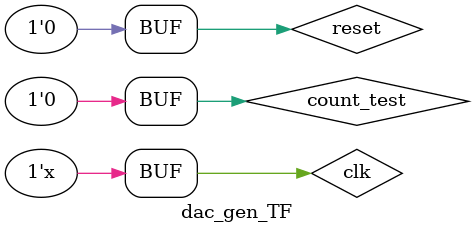
<source format=v>
`timescale 1ns / 1ps


module dac_gen_TF;

	// Inputs
	reg clk;
	reg count_test;
	reg reset;

	// Outputs
	wire [31:0] toSPI;
	wire toEnable;
	wire toReset;

	// Instantiate the Unit Under Test (UUT)
	DAC_TEST uut (
		.clk(clk), 
		//.count_test(count_test), 
		.reset(reset), 
		.toSPI(toSPI), 
		.toEnable(toEnable), 
		.toReset(toReset)
	);
always #2 clk = ~clk;
	initial begin
		// Initialize Inputs
		clk = 0;
		count_test = 0;
		reset = 0;
		#10;
		reset = 1;
		#10;
		reset = 0;
		// Wait 100 ns for global reset to finish
		#100;
        
		// Add stimulus here

	end
      
endmodule


</source>
